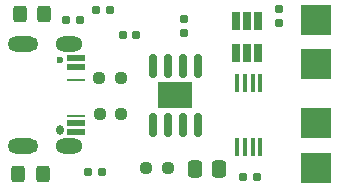
<source format=gbr>
%TF.GenerationSoftware,KiCad,Pcbnew,6.0.10+dfsg-1~bpo11+1*%
%TF.CreationDate,2023-01-21T14:50:42+00:00*%
%TF.ProjectId,tp4056,74703430-3536-42e6-9b69-6361645f7063,rev?*%
%TF.SameCoordinates,Original*%
%TF.FileFunction,Soldermask,Top*%
%TF.FilePolarity,Negative*%
%FSLAX46Y46*%
G04 Gerber Fmt 4.6, Leading zero omitted, Abs format (unit mm)*
G04 Created by KiCad (PCBNEW 6.0.10+dfsg-1~bpo11+1) date 2023-01-21 14:50:42*
%MOMM*%
%LPD*%
G01*
G04 APERTURE LIST*
G04 Aperture macros list*
%AMRoundRect*
0 Rectangle with rounded corners*
0 $1 Rounding radius*
0 $2 $3 $4 $5 $6 $7 $8 $9 X,Y pos of 4 corners*
0 Add a 4 corners polygon primitive as box body*
4,1,4,$2,$3,$4,$5,$6,$7,$8,$9,$2,$3,0*
0 Add four circle primitives for the rounded corners*
1,1,$1+$1,$2,$3*
1,1,$1+$1,$4,$5*
1,1,$1+$1,$6,$7*
1,1,$1+$1,$8,$9*
0 Add four rect primitives between the rounded corners*
20,1,$1+$1,$2,$3,$4,$5,0*
20,1,$1+$1,$4,$5,$6,$7,0*
20,1,$1+$1,$6,$7,$8,$9,0*
20,1,$1+$1,$8,$9,$2,$3,0*%
G04 Aperture macros list end*
%ADD10RoundRect,0.160000X0.197500X0.160000X-0.197500X0.160000X-0.197500X-0.160000X0.197500X-0.160000X0*%
%ADD11C,0.600000*%
%ADD12O,0.600000X0.850000*%
%ADD13R,1.500000X0.520000*%
%ADD14R,1.500000X0.270000*%
%ADD15O,2.300000X1.300000*%
%ADD16O,2.600000X1.300000*%
%ADD17R,2.500000X2.500000*%
%ADD18RoundRect,0.160000X0.160000X-0.197500X0.160000X0.197500X-0.160000X0.197500X-0.160000X-0.197500X0*%
%ADD19RoundRect,0.150000X0.150000X-0.825000X0.150000X0.825000X-0.150000X0.825000X-0.150000X-0.825000X0*%
%ADD20R,3.000000X2.290000*%
%ADD21RoundRect,0.160000X-0.197500X-0.160000X0.197500X-0.160000X0.197500X0.160000X-0.197500X0.160000X0*%
%ADD22RoundRect,0.155000X-0.155000X0.212500X-0.155000X-0.212500X0.155000X-0.212500X0.155000X0.212500X0*%
%ADD23RoundRect,0.237500X-0.250000X-0.237500X0.250000X-0.237500X0.250000X0.237500X-0.250000X0.237500X0*%
%ADD24RoundRect,0.250000X0.325000X0.450000X-0.325000X0.450000X-0.325000X-0.450000X0.325000X-0.450000X0*%
%ADD25RoundRect,0.250000X0.337500X0.475000X-0.337500X0.475000X-0.337500X-0.475000X0.337500X-0.475000X0*%
%ADD26R,0.400000X1.560000*%
%ADD27RoundRect,0.155000X0.212500X0.155000X-0.212500X0.155000X-0.212500X-0.155000X0.212500X-0.155000X0*%
%ADD28RoundRect,0.237500X0.250000X0.237500X-0.250000X0.237500X-0.250000X-0.237500X0.250000X-0.237500X0*%
%ADD29R,0.650000X1.560000*%
G04 APERTURE END LIST*
D10*
%TO.C,R9*%
X135055000Y-88130000D03*
X133860000Y-88130000D03*
%TD*%
D11*
%TO.C,P1*%
X133340000Y-91480000D03*
D12*
X133340000Y-97480000D03*
D13*
X134692000Y-91380000D03*
X134692000Y-92130000D03*
D14*
X134692000Y-96230000D03*
D13*
X134692000Y-96830000D03*
X134692000Y-97580000D03*
D14*
X134692000Y-93210000D03*
D15*
X134065000Y-90160000D03*
D16*
X130240000Y-98800000D03*
D15*
X134065000Y-98800000D03*
D16*
X130240000Y-90160000D03*
%TD*%
D17*
%TO.C,J5*%
X154975000Y-100644840D03*
%TD*%
D18*
%TO.C,R5*%
X151890000Y-88370000D03*
X151890000Y-87175000D03*
%TD*%
D19*
%TO.C,U1*%
X141205000Y-96995000D03*
X142475000Y-96995000D03*
X143745000Y-96995000D03*
X145015000Y-96995000D03*
X145015000Y-92045000D03*
X143745000Y-92045000D03*
X142475000Y-92045000D03*
X141205000Y-92045000D03*
D20*
X143110000Y-94520000D03*
%TD*%
D21*
%TO.C,R2*%
X136365000Y-87250000D03*
X137560000Y-87250000D03*
%TD*%
D17*
%TO.C,J4*%
X154970000Y-96859840D03*
%TD*%
D22*
%TO.C,C2*%
X143830000Y-88075000D03*
X143830000Y-89210000D03*
%TD*%
D23*
%TO.C,R8*%
X136715000Y-96070000D03*
X138540000Y-96070000D03*
%TD*%
D24*
%TO.C,D2*%
X131995000Y-87610000D03*
X129945000Y-87610000D03*
%TD*%
D25*
%TO.C,C1*%
X146830000Y-100710000D03*
X144755000Y-100710000D03*
%TD*%
D21*
%TO.C,R1*%
X135725000Y-101020000D03*
X136920000Y-101020000D03*
%TD*%
D17*
%TO.C,J7*%
X154980000Y-91899840D03*
%TD*%
D26*
%TO.C,U3*%
X150290000Y-93443000D03*
X149640000Y-93443000D03*
X148980000Y-93443000D03*
X148330000Y-93443000D03*
X148330000Y-98857000D03*
X148980000Y-98857000D03*
X149640000Y-98857000D03*
X150290000Y-98857000D03*
%TD*%
D10*
%TO.C,R6*%
X150025000Y-101410000D03*
X148830000Y-101410000D03*
%TD*%
D27*
%TO.C,C3*%
X139807500Y-89380000D03*
X138672500Y-89380000D03*
%TD*%
D23*
%TO.C,R7*%
X136657500Y-93020000D03*
X138482500Y-93020000D03*
%TD*%
D17*
%TO.C,J6*%
X154975000Y-88154840D03*
%TD*%
D24*
%TO.C,D1*%
X131860000Y-101190000D03*
X129810000Y-101190000D03*
%TD*%
D28*
%TO.C,R3*%
X142440000Y-100630000D03*
X140615000Y-100630000D03*
%TD*%
D29*
%TO.C,U2*%
X148240000Y-90900000D03*
X149190000Y-90900000D03*
X150140000Y-90900000D03*
X150140000Y-88200000D03*
X149190000Y-88200000D03*
X148240000Y-88200000D03*
%TD*%
M02*

</source>
